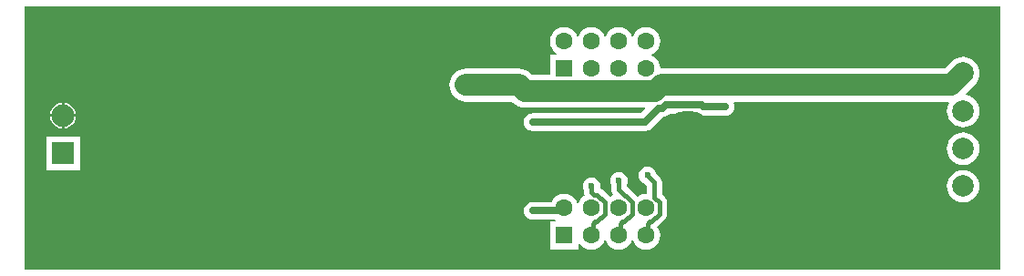
<source format=gbl>
G04*
G04 #@! TF.GenerationSoftware,Altium Limited,Altium Designer,21.3.1 (25)*
G04*
G04 Layer_Physical_Order=2*
G04 Layer_Color=13010237*
%FSLAX25Y25*%
%MOIN*%
G70*
G04*
G04 #@! TF.SameCoordinates,28642905-D900-4296-AB16-E10C3E418D5C*
G04*
G04*
G04 #@! TF.FilePolarity,Positive*
G04*
G01*
G75*
%ADD60C,0.02500*%
%ADD61C,0.01500*%
%ADD62C,0.19685*%
%ADD63C,0.06299*%
%ADD64R,0.06299X0.06299*%
%ADD65C,0.07874*%
%ADD66R,0.08268X0.08268*%
%ADD67C,0.08268*%
%ADD68C,0.02400*%
%ADD69C,0.02362*%
%ADD70C,0.08000*%
G36*
X357980Y-97421D02*
X1020D01*
X1020Y-1020D01*
X357980D01*
Y-97421D01*
D02*
G37*
%LPC*%
G36*
X228500Y-8806D02*
X227156Y-8983D01*
X225903Y-9502D01*
X224827Y-10327D01*
X224002Y-11403D01*
X223750Y-12011D01*
X223250D01*
X222998Y-11403D01*
X222173Y-10327D01*
X221097Y-9502D01*
X219844Y-8983D01*
X218500Y-8806D01*
X217156Y-8983D01*
X215903Y-9502D01*
X214827Y-10327D01*
X214002Y-11403D01*
X213750Y-12011D01*
X213250D01*
X212998Y-11403D01*
X212173Y-10327D01*
X211097Y-9502D01*
X209844Y-8983D01*
X208500Y-8806D01*
X207156Y-8983D01*
X205903Y-9502D01*
X204827Y-10327D01*
X204002Y-11403D01*
X203750Y-12011D01*
X203250D01*
X202998Y-11403D01*
X202173Y-10327D01*
X201097Y-9502D01*
X199844Y-8983D01*
X198500Y-8806D01*
X197156Y-8983D01*
X195903Y-9502D01*
X194827Y-10327D01*
X194002Y-11403D01*
X193483Y-12656D01*
X193306Y-14000D01*
X193483Y-15344D01*
X194002Y-16597D01*
X194827Y-17673D01*
X195710Y-18350D01*
X195541Y-18850D01*
X193350D01*
Y-26136D01*
X186663D01*
X186240Y-25713D01*
X185326Y-24963D01*
X184284Y-24406D01*
X183153Y-24063D01*
X181976Y-23947D01*
X162524D01*
X161347Y-24063D01*
X160216Y-24406D01*
X159174Y-24963D01*
X158261Y-25713D01*
X157511Y-26627D01*
X156954Y-27669D01*
X156610Y-28800D01*
X156495Y-29976D01*
X156610Y-31153D01*
X156954Y-32284D01*
X157511Y-33326D01*
X158261Y-34240D01*
X159174Y-34989D01*
X160216Y-35546D01*
X161347Y-35890D01*
X162524Y-36005D01*
X179479D01*
X179902Y-36428D01*
X180816Y-37178D01*
X181858Y-37736D01*
X182989Y-38079D01*
X184165Y-38194D01*
X228016D01*
X228208Y-38656D01*
X226642Y-40222D01*
X187000D01*
X186152Y-40334D01*
X185361Y-40661D01*
X184682Y-41182D01*
X184161Y-41861D01*
X183834Y-42652D01*
X183722Y-43500D01*
X183834Y-44348D01*
X184161Y-45139D01*
X184682Y-45818D01*
X185361Y-46339D01*
X186152Y-46666D01*
X187000Y-46778D01*
X228000D01*
X228424Y-46722D01*
X228848Y-46666D01*
X229639Y-46339D01*
X230318Y-45818D01*
X234442Y-41693D01*
X234471D01*
X234895Y-41638D01*
X235319Y-41582D01*
X236110Y-41254D01*
X236789Y-40733D01*
X237124Y-40398D01*
X247349D01*
X247923Y-40839D01*
X248714Y-41166D01*
X249562Y-41278D01*
X257500D01*
X258348Y-41166D01*
X259139Y-40839D01*
X259818Y-40318D01*
X260339Y-39639D01*
X260666Y-38848D01*
X260778Y-38000D01*
X260666Y-37152D01*
X260408Y-36529D01*
X260660Y-36029D01*
X339025D01*
X339324Y-36529D01*
X338988Y-37158D01*
X338649Y-38277D01*
X338534Y-39441D01*
X338649Y-40605D01*
X338988Y-41724D01*
X339540Y-42755D01*
X340282Y-43659D01*
X341186Y-44401D01*
X342217Y-44953D01*
X343336Y-45292D01*
X344500Y-45407D01*
X345664Y-45292D01*
X346783Y-44953D01*
X347814Y-44401D01*
X348718Y-43659D01*
X349460Y-42755D01*
X350012Y-41724D01*
X350351Y-40605D01*
X350466Y-39441D01*
X350351Y-38277D01*
X350012Y-37158D01*
X349460Y-36127D01*
X348718Y-35223D01*
X347814Y-34481D01*
X346783Y-33929D01*
X345772Y-33623D01*
X345551Y-33137D01*
X348763Y-29925D01*
X349513Y-29011D01*
X350070Y-27969D01*
X350413Y-26838D01*
X350529Y-25661D01*
X350413Y-24485D01*
X350070Y-23354D01*
X349513Y-22312D01*
X348763Y-21398D01*
X347849Y-20649D01*
X346807Y-20091D01*
X345676Y-19748D01*
X344500Y-19632D01*
X343324Y-19748D01*
X342193Y-20091D01*
X341150Y-20649D01*
X340237Y-21398D01*
X337664Y-23971D01*
X234165D01*
X234048Y-23971D01*
X233851Y-23990D01*
X233694Y-24000D01*
X233694Y-24000D01*
X233517Y-22656D01*
X232998Y-21403D01*
X232173Y-20327D01*
X231097Y-19502D01*
X230489Y-19250D01*
Y-18750D01*
X231097Y-18498D01*
X232173Y-17673D01*
X232998Y-16597D01*
X233517Y-15344D01*
X233694Y-14000D01*
X233517Y-12656D01*
X232998Y-11403D01*
X232173Y-10327D01*
X231097Y-9502D01*
X229844Y-8983D01*
X228500Y-8806D01*
D02*
G37*
G36*
X15650Y-36401D02*
Y-40610D01*
X19858D01*
X19762Y-39875D01*
X19285Y-38723D01*
X18526Y-37734D01*
X17537Y-36975D01*
X16385Y-36498D01*
X15650Y-36401D01*
D02*
G37*
G36*
X14649D02*
X13914Y-36498D01*
X12762Y-36975D01*
X11773Y-37734D01*
X11015Y-38723D01*
X10537Y-39875D01*
X10441Y-40610D01*
X14649D01*
Y-36401D01*
D02*
G37*
G36*
X19858Y-41610D02*
X15650D01*
Y-45819D01*
X16385Y-45722D01*
X17537Y-45245D01*
X18526Y-44486D01*
X19285Y-43498D01*
X19762Y-42346D01*
X19858Y-41610D01*
D02*
G37*
G36*
X14649D02*
X10441D01*
X10537Y-42346D01*
X11015Y-43498D01*
X11773Y-44486D01*
X12762Y-45245D01*
X13914Y-45722D01*
X14649Y-45819D01*
Y-41610D01*
D02*
G37*
G36*
X344500Y-47255D02*
X343336Y-47369D01*
X342217Y-47709D01*
X341186Y-48260D01*
X340282Y-49002D01*
X339540Y-49906D01*
X338988Y-50937D01*
X338649Y-52057D01*
X338534Y-53220D01*
X338649Y-54384D01*
X338988Y-55503D01*
X339540Y-56535D01*
X340282Y-57439D01*
X341186Y-58181D01*
X342217Y-58732D01*
X343336Y-59072D01*
X344500Y-59186D01*
X345664Y-59072D01*
X346783Y-58732D01*
X347814Y-58181D01*
X348718Y-57439D01*
X349460Y-56535D01*
X350012Y-55503D01*
X350351Y-54384D01*
X350466Y-53220D01*
X350351Y-52057D01*
X350012Y-50937D01*
X349460Y-49906D01*
X348718Y-49002D01*
X347814Y-48260D01*
X346783Y-47709D01*
X345664Y-47369D01*
X344500Y-47255D01*
D02*
G37*
G36*
X21283Y-48756D02*
X9016D01*
Y-61024D01*
X21283D01*
Y-48756D01*
D02*
G37*
G36*
X229000Y-59791D02*
X228170Y-59901D01*
X227396Y-60221D01*
X226731Y-60731D01*
X226221Y-61396D01*
X225901Y-62170D01*
X225791Y-63000D01*
X225901Y-63830D01*
X226221Y-64604D01*
X226731Y-65269D01*
X227396Y-65779D01*
X228014Y-66035D01*
X228726Y-66747D01*
Y-69608D01*
X228500Y-69806D01*
X227156Y-69983D01*
X225903Y-70502D01*
X225322Y-70948D01*
X221274Y-66900D01*
Y-66611D01*
X221279Y-66604D01*
X221599Y-65830D01*
X221709Y-65000D01*
X221599Y-64170D01*
X221279Y-63396D01*
X220769Y-62731D01*
X220104Y-62221D01*
X219330Y-61901D01*
X218500Y-61791D01*
X217670Y-61901D01*
X216896Y-62221D01*
X216231Y-62731D01*
X215721Y-63396D01*
X215401Y-64170D01*
X215291Y-65000D01*
X215401Y-65830D01*
X215721Y-66604D01*
X215726Y-66611D01*
Y-68049D01*
X215821Y-68766D01*
X216098Y-69436D01*
X216357Y-69773D01*
X216231Y-70366D01*
X215903Y-70502D01*
X215322Y-70948D01*
X212497Y-68123D01*
X211923Y-67682D01*
X211634Y-67563D01*
X211709Y-67000D01*
X211599Y-66170D01*
X211279Y-65396D01*
X210769Y-64731D01*
X210104Y-64221D01*
X209330Y-63901D01*
X208500Y-63791D01*
X207670Y-63901D01*
X206896Y-64221D01*
X206231Y-64731D01*
X205721Y-65396D01*
X205401Y-66170D01*
X205291Y-67000D01*
X205401Y-67830D01*
X205721Y-68604D01*
X205726Y-68611D01*
Y-69206D01*
X205821Y-69924D01*
X206037Y-70446D01*
X205903Y-70502D01*
X204827Y-71327D01*
X204002Y-72403D01*
X203750Y-73011D01*
X203250D01*
X202998Y-72403D01*
X202173Y-71327D01*
X201097Y-70502D01*
X199844Y-69983D01*
X198500Y-69806D01*
X197156Y-69983D01*
X195903Y-70502D01*
X194827Y-71327D01*
X194002Y-72403D01*
X193870Y-72722D01*
X187000D01*
X186152Y-72834D01*
X185361Y-73161D01*
X184682Y-73682D01*
X184161Y-74361D01*
X183834Y-75152D01*
X183722Y-76000D01*
X183834Y-76848D01*
X184161Y-77639D01*
X184682Y-78318D01*
X185361Y-78839D01*
X186152Y-79166D01*
X187000Y-79278D01*
X195136D01*
X195210Y-79268D01*
X195278Y-79350D01*
X195041Y-79850D01*
X193350D01*
Y-90150D01*
X203650D01*
Y-87959D01*
X204150Y-87790D01*
X204827Y-88673D01*
X205903Y-89498D01*
X207156Y-90017D01*
X208500Y-90194D01*
X209844Y-90017D01*
X211097Y-89498D01*
X212173Y-88673D01*
X212998Y-87597D01*
X213250Y-86989D01*
X213750D01*
X214002Y-87597D01*
X214827Y-88673D01*
X215903Y-89498D01*
X217156Y-90017D01*
X218500Y-90194D01*
X219844Y-90017D01*
X221097Y-89498D01*
X222173Y-88673D01*
X222998Y-87597D01*
X223250Y-86989D01*
X223750D01*
X224002Y-87597D01*
X224827Y-88673D01*
X225903Y-89498D01*
X227156Y-90017D01*
X228500Y-90194D01*
X229844Y-90017D01*
X231097Y-89498D01*
X232173Y-88673D01*
X232998Y-87597D01*
X233517Y-86344D01*
X233694Y-85000D01*
X233517Y-83656D01*
X232998Y-82403D01*
X232552Y-81822D01*
X235377Y-78997D01*
X235818Y-78423D01*
X236095Y-77754D01*
X236189Y-77036D01*
Y-72964D01*
X236095Y-72246D01*
X235818Y-71577D01*
X235377Y-71003D01*
X234274Y-69900D01*
Y-65598D01*
X234179Y-64880D01*
X233902Y-64211D01*
X233461Y-63637D01*
X232115Y-62290D01*
X232099Y-62170D01*
X231779Y-61396D01*
X231269Y-60731D01*
X230604Y-60221D01*
X229830Y-59901D01*
X229000Y-59791D01*
D02*
G37*
G36*
X344500Y-61034D02*
X343336Y-61149D01*
X342217Y-61488D01*
X341186Y-62040D01*
X340282Y-62782D01*
X339540Y-63686D01*
X338988Y-64717D01*
X338649Y-65836D01*
X338534Y-67000D01*
X338649Y-68164D01*
X338988Y-69283D01*
X339540Y-70314D01*
X340282Y-71218D01*
X341186Y-71960D01*
X342217Y-72512D01*
X343336Y-72851D01*
X344500Y-72966D01*
X345664Y-72851D01*
X346783Y-72512D01*
X347814Y-71960D01*
X348718Y-71218D01*
X349460Y-70314D01*
X350012Y-69283D01*
X350351Y-68164D01*
X350466Y-67000D01*
X350351Y-65836D01*
X350012Y-64717D01*
X349460Y-63686D01*
X348718Y-62782D01*
X347814Y-62040D01*
X346783Y-61488D01*
X345664Y-61149D01*
X344500Y-61034D01*
D02*
G37*
%LPD*%
D60*
X228000Y-43500D02*
X233085Y-38415D01*
X234471D02*
X235766Y-37120D01*
X248682D01*
X233085Y-38415D02*
X234471D01*
X248682Y-37120D02*
X249562Y-38000D01*
X257500D01*
X187000Y-43500D02*
X228000D01*
X197773Y-75727D02*
X198500Y-75000D01*
X195409Y-75727D02*
X197773D01*
X195136Y-76000D02*
X195409Y-75727D01*
X187000Y-76000D02*
X195136D01*
D61*
X229000Y-63098D02*
Y-63000D01*
Y-63098D02*
X231500Y-65598D01*
Y-71049D02*
Y-65598D01*
Y-71049D02*
X233415Y-72964D01*
X229000Y-80794D02*
X229879Y-79915D01*
X230536D01*
X233415Y-77036D01*
Y-72964D01*
X228500Y-85000D02*
X229000Y-84500D01*
Y-80794D01*
X218930Y-84570D02*
Y-80794D01*
X219809Y-79915D02*
X220536D01*
X218500Y-68049D02*
X223415Y-72964D01*
X218500Y-68049D02*
Y-65000D01*
Y-85000D02*
X218930Y-84570D01*
Y-80794D02*
X219809Y-79915D01*
X220536D02*
X223415Y-77036D01*
Y-72964D01*
X208500Y-69206D02*
Y-67000D01*
Y-69206D02*
X209379Y-70085D01*
X208930Y-80794D02*
X209809Y-79915D01*
X210536D01*
X208930Y-84570D02*
Y-80794D01*
X208500Y-85000D02*
X208930Y-84570D01*
X213415Y-77036D02*
Y-72964D01*
X210536Y-79915D02*
X213415Y-77036D01*
X210536Y-70085D02*
X213415Y-72964D01*
X209379Y-70085D02*
X210536D01*
D62*
X38949Y-49213D02*
D03*
X243673D02*
D03*
D63*
X228500Y-14000D02*
D03*
X218500D02*
D03*
X228500Y-24000D02*
D03*
X218500D02*
D03*
X208500Y-14000D02*
D03*
Y-24000D02*
D03*
X198500Y-14000D02*
D03*
X228500Y-75000D02*
D03*
X218500D02*
D03*
X228500Y-85000D02*
D03*
X218500D02*
D03*
X208500Y-75000D02*
D03*
Y-85000D02*
D03*
X198500Y-75000D02*
D03*
D64*
X198500Y-24000D02*
D03*
X198500Y-85000D02*
D03*
D65*
X344500Y-67000D02*
D03*
Y-53220D02*
D03*
Y-39441D02*
D03*
Y-25661D02*
D03*
D66*
X15149Y-54890D02*
D03*
D67*
Y-41110D02*
D03*
D68*
X315827Y-80681D02*
D03*
D69*
X287500Y-32000D02*
D03*
X166000Y-30000D02*
D03*
X170000D02*
D03*
X162524Y-29976D02*
D03*
X187000Y-43500D02*
D03*
Y-76000D02*
D03*
X229000Y-63000D02*
D03*
X218500Y-65000D02*
D03*
X208500Y-67000D02*
D03*
X257500Y-38000D02*
D03*
X120999Y-48756D02*
D03*
X71012Y-47751D02*
D03*
X28310Y-8817D02*
D03*
X107500Y-83000D02*
D03*
X128500Y-91000D02*
D03*
X125000Y-5500D02*
D03*
X110500D02*
D03*
X97000D02*
D03*
X82500D02*
D03*
X70000Y-31000D02*
D03*
Y-20500D02*
D03*
Y-10000D02*
D03*
X62000Y-57000D02*
D03*
X20500Y-84000D02*
D03*
X30000Y-71000D02*
D03*
X12500Y-91000D02*
D03*
X54500Y-93000D02*
D03*
D70*
X234048Y-30000D02*
X340161D01*
X162524Y-29976D02*
X181976D01*
X340161Y-30000D02*
X344500Y-25661D01*
X231882Y-32165D02*
X234048Y-30000D01*
X184165Y-32165D02*
X231882D01*
X181976Y-29976D02*
X184165Y-32165D01*
M02*

</source>
